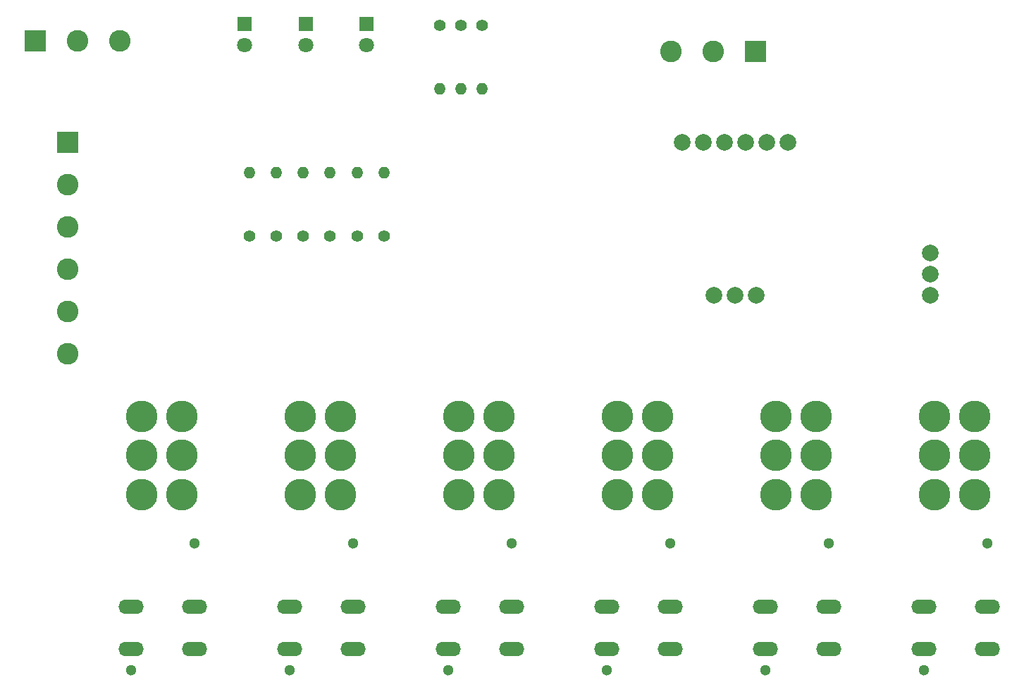
<source format=gbr>
G04 #@! TF.GenerationSoftware,KiCad,Pcbnew,(5.0.0)*
G04 #@! TF.CreationDate,2019-04-13T23:19:49+01:00*
G04 #@! TF.ProjectId,LS Tester,4C53205465737465722E6B696361645F,rev?*
G04 #@! TF.SameCoordinates,Original*
G04 #@! TF.FileFunction,Soldermask,Bot*
G04 #@! TF.FilePolarity,Negative*
%FSLAX46Y46*%
G04 Gerber Fmt 4.6, Leading zero omitted, Abs format (unit mm)*
G04 Created by KiCad (PCBNEW (5.0.0)) date 04/13/19 23:19:49*
%MOMM*%
%LPD*%
G01*
G04 APERTURE LIST*
%ADD10C,1.300000*%
%ADD11O,3.048000X1.727200*%
%ADD12C,1.800000*%
%ADD13R,1.800000X1.800000*%
%ADD14C,2.000000*%
%ADD15C,1.400000*%
%ADD16O,1.400000X1.400000*%
%ADD17C,3.810000*%
%ADD18R,2.600000X2.600000*%
%ADD19C,2.600000*%
G04 APERTURE END LIST*
D10*
G04 #@! TO.C,SW1*
X127000000Y-124460000D03*
X119380000Y-139700000D03*
D11*
X119380000Y-137160000D03*
X119380000Y-132080000D03*
X127000000Y-137160000D03*
X127000000Y-132080000D03*
G04 #@! TD*
D10*
G04 #@! TO.C,SW2*
X165100000Y-124460000D03*
X157480000Y-139700000D03*
D11*
X157480000Y-137160000D03*
X157480000Y-132080000D03*
X165100000Y-137160000D03*
X165100000Y-132080000D03*
G04 #@! TD*
D10*
G04 #@! TO.C,SW3*
X146050000Y-124460000D03*
X138430000Y-139700000D03*
D11*
X138430000Y-137160000D03*
X138430000Y-132080000D03*
X146050000Y-137160000D03*
X146050000Y-132080000D03*
G04 #@! TD*
D10*
G04 #@! TO.C,SW4*
X184150000Y-124460000D03*
X176530000Y-139700000D03*
D11*
X176530000Y-137160000D03*
X176530000Y-132080000D03*
X184150000Y-137160000D03*
X184150000Y-132080000D03*
G04 #@! TD*
D10*
G04 #@! TO.C,SW5*
X203200000Y-124460000D03*
X195580000Y-139700000D03*
D11*
X195580000Y-137160000D03*
X195580000Y-132080000D03*
X203200000Y-137160000D03*
X203200000Y-132080000D03*
G04 #@! TD*
D10*
G04 #@! TO.C,SW6*
X222250000Y-124460000D03*
X214630000Y-139700000D03*
D11*
X214630000Y-137160000D03*
X214630000Y-132080000D03*
X222250000Y-137160000D03*
X222250000Y-132080000D03*
G04 #@! TD*
D12*
G04 #@! TO.C,D11*
X133032000Y-64579500D03*
D13*
X133032000Y-62039500D03*
G04 #@! TD*
D12*
G04 #@! TO.C,D12*
X140398000Y-64643000D03*
D13*
X140398000Y-62103000D03*
G04 #@! TD*
D12*
G04 #@! TO.C,D13*
X147701000Y-64643000D03*
D13*
X147701000Y-62103000D03*
G04 #@! TD*
D14*
G04 #@! TO.C,J1*
X189420000Y-94678500D03*
X191960000Y-94678500D03*
X194500000Y-94678500D03*
X185610000Y-76263500D03*
X188150000Y-76263500D03*
X190690000Y-76263500D03*
X193230000Y-76263500D03*
X195770000Y-76263500D03*
X198310000Y-76263500D03*
X215455000Y-89598500D03*
X215455000Y-92138500D03*
X215455000Y-94678500D03*
G04 #@! TD*
D15*
G04 #@! TO.C,R1*
X133667000Y-87567000D03*
D16*
X133667000Y-79947000D03*
G04 #@! TD*
D15*
G04 #@! TO.C,R2*
X136843000Y-87567000D03*
D16*
X136843000Y-79947000D03*
G04 #@! TD*
D15*
G04 #@! TO.C,R3*
X140081000Y-87567000D03*
D16*
X140081000Y-79947000D03*
G04 #@! TD*
D15*
G04 #@! TO.C,R4*
X143319000Y-87567000D03*
D16*
X143319000Y-79947000D03*
G04 #@! TD*
D15*
G04 #@! TO.C,R5*
X146558000Y-87567000D03*
D16*
X146558000Y-79947000D03*
G04 #@! TD*
D15*
G04 #@! TO.C,R6*
X149797000Y-87567000D03*
D16*
X149797000Y-79947000D03*
G04 #@! TD*
D15*
G04 #@! TO.C,R11*
X156464000Y-62230000D03*
D16*
X156464000Y-69850000D03*
G04 #@! TD*
D15*
G04 #@! TO.C,R12*
X159004000Y-62230000D03*
D16*
X159004000Y-69850000D03*
G04 #@! TD*
D15*
G04 #@! TO.C,R13*
X161544000Y-62230000D03*
D16*
X161544000Y-69850000D03*
G04 #@! TD*
D17*
G04 #@! TO.C,SW7*
X125476000Y-118618000D03*
X120650000Y-118618000D03*
X120650000Y-109220000D03*
X125476000Y-109220000D03*
X120650000Y-113919000D03*
X125476000Y-113919000D03*
G04 #@! TD*
G04 #@! TO.C,SW8*
X144526000Y-118618000D03*
X139700000Y-118618000D03*
X139700000Y-109220000D03*
X144526000Y-109220000D03*
X139700000Y-113919000D03*
X144526000Y-113919000D03*
G04 #@! TD*
G04 #@! TO.C,SW9*
X163576000Y-118618000D03*
X158750000Y-118618000D03*
X158750000Y-109220000D03*
X163576000Y-109220000D03*
X158750000Y-113919000D03*
X163576000Y-113919000D03*
G04 #@! TD*
G04 #@! TO.C,SW10*
X182626000Y-118618000D03*
X177800000Y-118618000D03*
X177800000Y-109220000D03*
X182626000Y-109220000D03*
X177800000Y-113919000D03*
X182626000Y-113919000D03*
G04 #@! TD*
G04 #@! TO.C,SW11*
X201676000Y-118618000D03*
X196850000Y-118618000D03*
X196850000Y-109220000D03*
X201676000Y-109220000D03*
X196850000Y-113919000D03*
X201676000Y-113919000D03*
G04 #@! TD*
G04 #@! TO.C,SW12*
X220726000Y-118618000D03*
X215900000Y-118618000D03*
X215900000Y-109220000D03*
X220726000Y-109220000D03*
X215900000Y-113919000D03*
X220726000Y-113919000D03*
G04 #@! TD*
D18*
G04 #@! TO.C,J2*
X107886000Y-64135000D03*
D19*
X112966000Y-64135000D03*
X118046000Y-64135000D03*
G04 #@! TD*
G04 #@! TO.C,J3*
X184277000Y-65405000D03*
X189357000Y-65405000D03*
D18*
X194437000Y-65405000D03*
G04 #@! TD*
G04 #@! TO.C,J4*
X111824000Y-76327000D03*
D19*
X111824000Y-81407000D03*
X111824000Y-86487000D03*
X111824000Y-91567000D03*
X111824000Y-96647000D03*
X111824000Y-101727000D03*
G04 #@! TD*
M02*

</source>
